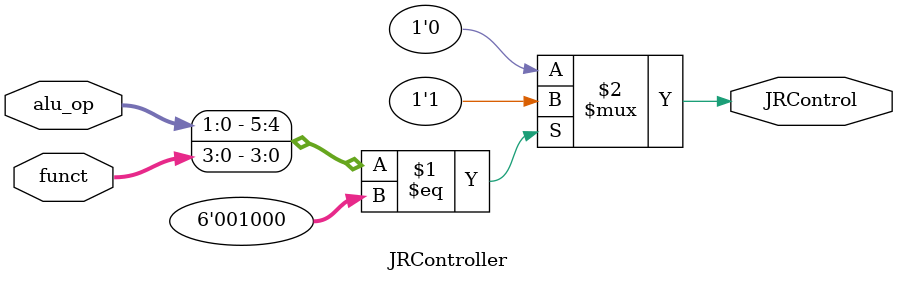
<source format=v>
`timescale 1ns / 1ps


module ALUController( ALUControl, ALUOp, Function);
    output reg[2:0] ALUControl;
    input [1:0] ALUOp;
    input [3:0] Function;
    wire [5:0] ALUControlIn;
    assign ALUControlIn = {ALUOp, Function};
    always @(ALUControlIn)
    casex (ALUControlIn)
        6'b11xxxx : ALUControl = 3'b000;
        6'b10xxxx : ALUControl = 3'b100;
        6'b01xxxx : ALUControl = 3'b001;
        6'b000000 : ALUControl = 3'b000; //ADD
        6'b000001 : ALUControl = 3'b001; //SUB
        6'b000010 : ALUControl = 3'b010; //AND
        6'b000011 : ALUControl = 3'b011; //OR
        6'b000100 : ALUControl = 3'b100; //slt
        6'b000101 : ALUControl = 3'b101; //MULT
        6'b000110 : ALUControl = 3'b110; //DIV
        default : ALUControl = 3'b000;
    endcase
endmodule

module JRController( input[1:0] alu_op, 
       input [3:0] funct,
       output JRControl
    );
    assign JRControl = ({alu_op,funct}==6'b001000) ? 1'b1 : 1'b0;
endmodule

</source>
